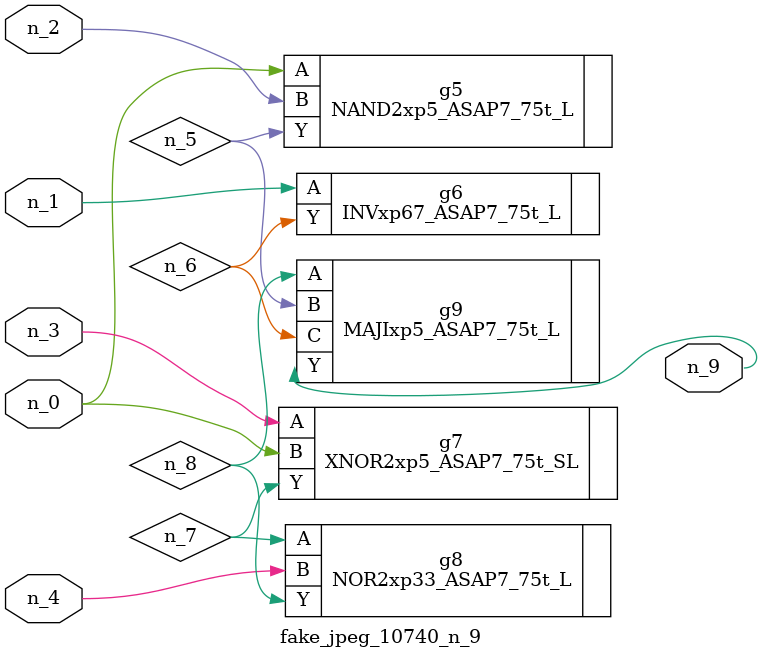
<source format=v>
module fake_jpeg_10740_n_9 (n_3, n_2, n_1, n_0, n_4, n_9);

input n_3;
input n_2;
input n_1;
input n_0;
input n_4;

output n_9;

wire n_8;
wire n_6;
wire n_5;
wire n_7;

NAND2xp5_ASAP7_75t_L g5 ( 
.A(n_0),
.B(n_2),
.Y(n_5)
);

INVxp67_ASAP7_75t_L g6 ( 
.A(n_1),
.Y(n_6)
);

XNOR2xp5_ASAP7_75t_SL g7 ( 
.A(n_3),
.B(n_0),
.Y(n_7)
);

NOR2xp33_ASAP7_75t_L g8 ( 
.A(n_7),
.B(n_4),
.Y(n_8)
);

MAJIxp5_ASAP7_75t_L g9 ( 
.A(n_8),
.B(n_5),
.C(n_6),
.Y(n_9)
);


endmodule
</source>
